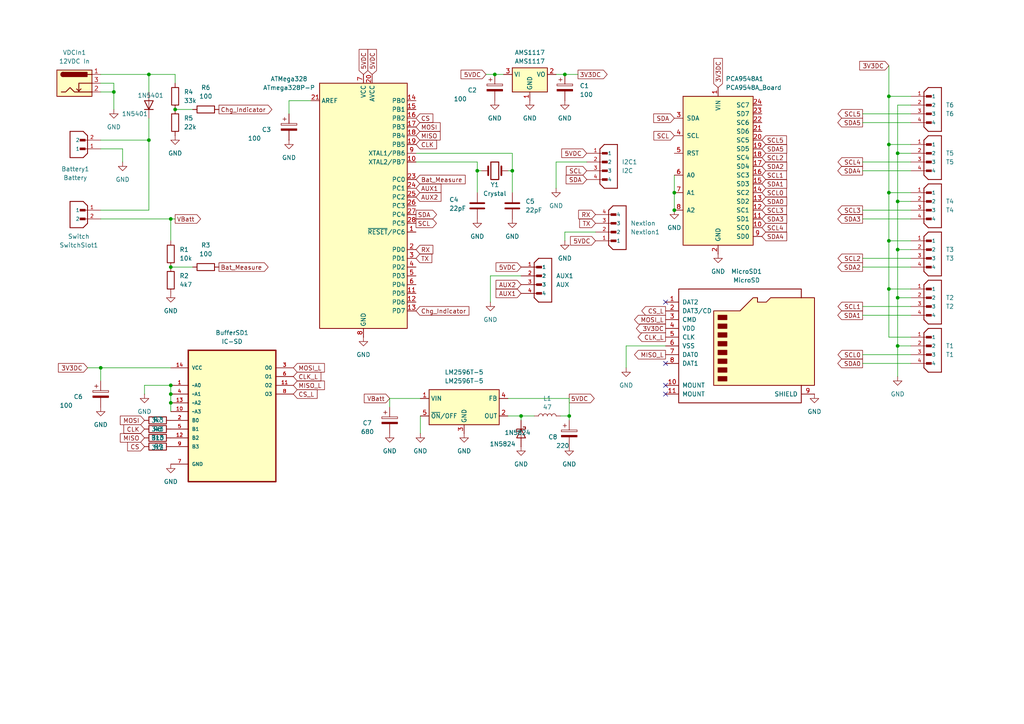
<source format=kicad_sch>
(kicad_sch (version 20231120) (generator "eeschema") (generator_version "8.0")
  (paper "A4")
  (lib_symbols
    (symbol "74VHC125M:74VHC125M" (pin_names (offset 1.016))
      (property "Reference" "U" (at -5.1562 17.8309 0))
      (property "Value" "74VHC125M" (at -4.424 -27.1541 0))
      (symbol "74VHC125M_0_0"
        (rectangle (start -12.7 -22.86) (end 12.7 15.24) (stroke (width 0.4064)) (fill (type background)))
        (pin input line (at -17.78 5.08 0) (length 5.08) (name "~A0") (number "1"))
        (pin input line (at -17.78 -2.54 0) (length 5.08) (name "~A3") (number "10"))
        (pin output line (at 17.78 5.08 180) (length 5.08) (name "O2") (number "11"))
        (pin input line (at -17.78 -10.16 0) (length 5.08) (name "B2") (number "12"))
        (pin input line (at -17.78 0 0) (length 5.08) (name "~A2") (number "13"))
        (pin power_in line (at -17.78 10.16 0) (length 5.08) (name "VCC") (number "14"))
        (pin input line (at -17.78 -5.08 0) (length 5.08) (name "B0") (number "2"))
        (pin output line (at 17.78 10.16 180) (length 5.08) (name "O0") (number "3"))
        (pin input line (at -17.78 2.54 0) (length 5.08) (name "~A1") (number "4"))
        (pin input line (at -17.78 -7.62 0) (length 5.08) (name "B1") (number "5"))
        (pin output line (at 17.78 7.62 180) (length 5.08) (name "O1") (number "6"))
        (pin passive line (at -17.78 -17.78 0) (length 5.08) (name "GND") (number "7"))
        (pin output line (at 17.78 2.54 180) (length 5.08) (name "O3") (number "8"))
        (pin input line (at -17.78 -12.7 0) (length 5.08) (name "B3") (number "9"))
      )
    )
    (symbol "Connector:Barrel_Jack_Switch" (pin_names hide)
      (property "Reference" "J" (at 0 5.334 0))
      (property "Value" "Barrel_Jack_Switch" (at 0 -5.08 0))
      (symbol "Barrel_Jack_Switch_0_1"
        (rectangle (start -5.08 3.81) (end 5.08 -3.81) (stroke (width 0.254)) (fill (type background)))
        (arc (start -3.302 3.175) (mid -3.9343 2.54) (end -3.302 1.905) (stroke (width 0.254)))
        (arc (start -3.302 3.175) (mid -3.9343 2.54) (end -3.302 1.905) (stroke (width 0.254)) (fill (type outline)))
        (polyline (pts (xy 1.27 -2.286) (xy 1.905 -1.651)) (stroke (width 0.254)))
        (polyline (pts (xy 5.08 2.54) (xy 3.81 2.54)) (stroke (width 0.254)))
        (polyline (pts (xy 5.08 0) (xy 1.27 0) (xy 1.27 -2.286) (xy 0.635 -1.651)) (stroke (width 0.254)))
        (polyline (pts (xy -3.81 -2.54) (xy -2.54 -2.54) (xy -1.27 -1.27) (xy 0 -2.54) (xy 2.54 -2.54) (xy 5.08 -2.54)) (stroke (width 0.254)))
        (rectangle (start 3.683 3.175) (end -3.302 1.905) (stroke (width 0.254)) (fill (type outline)))
      )
      (symbol "Barrel_Jack_Switch_1_1"
        (pin passive line (at 7.62 2.54 180) (length 2.54) (name "~") (number "1"))
        (pin passive line (at 7.62 -2.54 180) (length 2.54) (name "~") (number "2"))
        (pin passive line (at 7.62 0 180) (length 2.54) (name "~") (number "3"))
      )
    )
    (symbol "DM3AT-SF-PEJM5:DM3AT-SF-PEJM5" (pin_names (offset 1.016))
      (property "Reference" "J" (at -10.16 20.828 0))
      (property "Value" "DM3AT-SF-PEJM5" (at -2.54 -17.78 0))
      (symbol "DM3AT-SF-PEJM5_0_1"
        (rectangle (start -1.27 -7.62) (end 1.27 -8.89) (stroke (width 0.254)) (fill (type outline)))
        (rectangle (start -1.27 -5.08) (end 1.27 -6.35) (stroke (width 0.254)) (fill (type outline)))
        (rectangle (start -1.27 -2.54) (end 1.27 -3.81) (stroke (width 0.254)) (fill (type outline)))
        (rectangle (start -1.27 0) (end 1.27 -1.27) (stroke (width 0.254)) (fill (type outline)))
        (rectangle (start -1.27 2.54) (end 1.27 1.27) (stroke (width 0.254)) (fill (type outline)))
        (rectangle (start -1.27 5.08) (end 1.27 3.81) (stroke (width 0.254)) (fill (type outline)))
        (rectangle (start -1.27 7.62) (end 1.27 6.35) (stroke (width 0.254)) (fill (type outline)))
        (rectangle (start -1.27 10.16) (end 1.27 8.89) (stroke (width 0.254)) (fill (type outline)))
        (polyline (pts (xy 22.86 15.24) (xy 22.86 17.78) (xy -12.7 17.78) (xy -12.7 -15.24) (xy 22.86 -15.24) (xy 22.86 -10.16)) (stroke (width 0.254)))
        (polyline (pts (xy -2.54 -10.16) (xy -2.54 11.43) (xy 5.08 11.43) (xy 8.89 15.24) (xy 10.16 15.24) (xy 10.16 13.97) (xy 12.7 13.97) (xy 13.97 15.24) (xy 26.67 15.24) (xy 26.67 -10.16) (xy -2.54 -10.16)) (stroke (width 0.254)) (fill (type background)))
      )
      (symbol "DM3AT-SF-PEJM5_1_1"
        (pin bidirectional line (at -16.51 13.97 0) (length 3.81) (name "DAT2") (number "1"))
        (pin passive line (at -16.51 -10.16 0) (length 3.81) (name "MOUNT") (number "10"))
        (pin passive line (at -16.51 -12.7 0) (length 3.81) (name "MOUNT") (number "11"))
        (pin bidirectional line (at -16.51 11.43 0) (length 3.81) (name "DAT3/CD") (number "2"))
        (pin input line (at -16.51 8.89 0) (length 3.81) (name "CMD") (number "3"))
        (pin power_in line (at -16.51 6.35 0) (length 3.81) (name "VDD") (number "4"))
        (pin input line (at -16.51 3.81 0) (length 3.81) (name "CLK") (number "5"))
        (pin power_in line (at -16.51 1.27 0) (length 3.81) (name "VSS") (number "6"))
        (pin bidirectional line (at -16.51 -1.27 0) (length 3.81) (name "DAT0") (number "7"))
        (pin bidirectional line (at -16.51 -3.81 0) (length 3.81) (name "DAT1") (number "8"))
        (pin passive line (at 26.67 -12.7 180) (length 3.81) (name "SHIELD") (number "9"))
      )
    )
    (symbol "Device:C" (pin_numbers hide) (pin_names (offset 0.254))
      (property "Reference" "C" (at 0.635 2.54 0))
      (property "Value" "C" (at 0.635 -2.54 0))
      (symbol "C_0_1"
        (polyline (pts (xy -2.032 -0.762) (xy 2.032 -0.762)) (stroke (width 0.508)))
        (polyline (pts (xy -2.032 0.762) (xy 2.032 0.762)) (stroke (width 0.508)))
      )
      (symbol "C_1_1"
        (pin passive line (at 0 3.81 270) (length 2.794) (name "~") (number "1"))
        (pin passive line (at 0 -3.81 90) (length 2.794) (name "~") (number "2"))
      )
    )
    (symbol "Device:C_Polarized" (pin_numbers hide) (pin_names (offset 0.254))
      (property "Reference" "C" (at 0.635 2.54 0))
      (property "Value" "C_Polarized" (at 0.635 -2.54 0))
      (symbol "C_Polarized_0_1"
        (rectangle (start -2.286 0.508) (end 2.286 1.016))
        (polyline (pts (xy -1.778 2.286) (xy -0.762 2.286)))
        (polyline (pts (xy -1.27 2.794) (xy -1.27 1.778)))
        (rectangle (start 2.286 -0.508) (end -2.286 -1.016) (fill (type outline)))
      )
      (symbol "C_Polarized_1_1"
        (pin passive line (at 0 3.81 270) (length 2.794) (name "~") (number "1"))
        (pin passive line (at 0 -3.81 90) (length 2.794) (name "~") (number "2"))
      )
    )
    (symbol "Device:Crystal" (pin_numbers hide) (pin_names (offset 1.016) hide)
      (property "Reference" "Y" (at 0 3.81 0))
      (property "Value" "Crystal" (at 0 -3.81 0))
      (symbol "Crystal_0_1"
        (rectangle (start -1.143 2.54) (end 1.143 -2.54) (stroke (width 0.3048)))
        (polyline (pts (xy -2.54 0) (xy -1.905 0)))
        (polyline (pts (xy -1.905 -1.27) (xy -1.905 1.27)) (stroke (width 0.508)))
        (polyline (pts (xy 1.905 -1.27) (xy 1.905 1.27)) (stroke (width 0.508)))
        (polyline (pts (xy 2.54 0) (xy 1.905 0)))
      )
      (symbol "Crystal_1_1"
        (pin passive line (at -3.81 0 0) (length 1.27) (name "1") (number "1"))
        (pin passive line (at 3.81 0 180) (length 1.27) (name "2") (number "2"))
      )
    )
    (symbol "Device:L" (pin_numbers hide) (pin_names (offset 1.016) hide)
      (property "Reference" "L" (at -1.27 0 90))
      (property "Value" "L" (at 1.905 0 90))
      (symbol "L_0_1"
        (arc (start 0 -2.54) (mid 0.6323 -1.905) (end 0 -1.27))
        (arc (start 0 -1.27) (mid 0.6323 -0.635) (end 0 0))
        (arc (start 0 0) (mid 0.6323 0.635) (end 0 1.27))
        (arc (start 0 1.27) (mid 0.6323 1.905) (end 0 2.54))
      )
      (symbol "L_1_1"
        (pin passive line (at 0 3.81 270) (length 1.27) (name "1") (number "1"))
        (pin passive line (at 0 -3.81 90) (length 1.27) (name "2") (number "2"))
      )
    )
    (symbol "Device:R" (pin_numbers hide) (pin_names (offset 0))
      (property "Reference" "R" (at 2.032 0 90))
      (property "Value" "R" (at 0 0 90))
      (symbol "R_0_1"
        (rectangle (start -1.016 -2.54) (end 1.016 2.54) (stroke (width 0.254)))
      )
      (symbol "R_1_1"
        (pin passive line (at 0 3.81 270) (length 1.27) (name "~") (number "1"))
        (pin passive line (at 0 -3.81 90) (length 1.27) (name "~") (number "2"))
      )
    )
    (symbol "Diode:1N5401" (pin_numbers hide) (pin_names hide)
      (property "Reference" "D" (at 0 2.54 0))
      (property "Value" "1N5401" (at 0 -2.54 0))
      (symbol "1N5401_0_1"
        (polyline (pts (xy -1.27 1.27) (xy -1.27 -1.27)) (stroke (width 0.254)))
        (polyline (pts (xy 1.27 0) (xy -1.27 0)))
        (polyline (pts (xy 1.27 1.27) (xy 1.27 -1.27) (xy -1.27 0) (xy 1.27 1.27)) (stroke (width 0.254)))
      )
      (symbol "1N5401_1_1"
        (pin passive line (at -3.81 0 0) (length 2.54) (name "K") (number "1"))
        (pin passive line (at 3.81 0 180) (length 2.54) (name "A") (number "2"))
      )
    )
    (symbol "Diode:1N5822" (pin_numbers hide) (pin_names (offset 1.016) hide)
      (property "Reference" "D" (at 0 2.54 0))
      (property "Value" "1N5822" (at 0 -2.54 0))
      (symbol "1N5822_0_1"
        (polyline (pts (xy 1.27 0) (xy -1.27 0)))
        (polyline (pts (xy 1.27 1.27) (xy 1.27 -1.27) (xy -1.27 0) (xy 1.27 1.27)) (stroke (width 0.254)))
        (polyline (pts (xy -1.905 0.635) (xy -1.905 1.27) (xy -1.27 1.27) (xy -1.27 -1.27) (xy -0.635 -1.27) (xy -0.635 -0.635)) (stroke (width 0.254)))
      )
      (symbol "1N5822_1_1"
        (pin passive line (at -3.81 0 0) (length 2.54) (name "K") (number "1"))
        (pin passive line (at 3.81 0 180) (length 2.54) (name "A") (number "2"))
      )
    )
    (symbol "JST2PINFEMALE:B2B-XH-A" (pin_names (offset 1.016))
      (property "Reference" "J" (at -2.54 6.35 0))
      (property "Value" "JST-2PIN" (at -2.54 -5.08 0))
      (symbol "B2B-XH-A_0_0"
        (rectangle (start -3.175 -0.3175) (end -1.5875 0.3175) (stroke (width 0.1)) (fill (type outline)))
        (rectangle (start -3.175 2.2225) (end -1.5875 2.8575) (stroke (width 0.1)) (fill (type outline)))
        (polyline (pts (xy -3.81 -1.27) (xy -2.54 -2.54)) (stroke (width 0.254)))
        (polyline (pts (xy -3.81 3.81) (xy -3.81 -1.27)) (stroke (width 0.254)))
        (polyline (pts (xy -3.81 3.81) (xy -2.54 5.08)) (stroke (width 0.254)))
        (polyline (pts (xy -2.54 -2.54) (xy 1.27 -2.54)) (stroke (width 0.254)))
        (polyline (pts (xy 1.27 -2.54) (xy 1.27 5.08)) (stroke (width 0.254)))
        (polyline (pts (xy 1.27 5.08) (xy -2.54 5.08)) (stroke (width 0.254)))
        (pin passive line (at -7.62 2.54 0) (length 5.08) (name "1") (number "1"))
        (pin passive line (at -7.62 0 0) (length 5.08) (name "2") (number "2"))
      )
    )
    (symbol "JST4PINFEMALE:B4B-XH-A_LF__SN_" (pin_names (offset 1.016))
      (property "Reference" "J" (at -2.54 6.35 0))
      (property "Value" "JST-4PIN" (at -2.54 -10.16 0))
      (symbol "B4B-XH-A_LF__SN__0_0"
        (rectangle (start -3.175 -5.3975) (end -1.5875 -4.7625) (stroke (width 0.1)) (fill (type outline)))
        (rectangle (start -3.175 -2.8575) (end -1.5875 -2.2225) (stroke (width 0.1)) (fill (type outline)))
        (rectangle (start -3.175 -0.3175) (end -1.5875 0.3175) (stroke (width 0.1)) (fill (type outline)))
        (rectangle (start -3.175 2.2225) (end -1.5875 2.8575) (stroke (width 0.1)) (fill (type outline)))
        (polyline (pts (xy -3.81 -6.35) (xy -2.54 -7.62)) (stroke (width 0.254)))
        (polyline (pts (xy -3.81 3.81) (xy -3.81 -6.35)) (stroke (width 0.254)))
        (polyline (pts (xy -3.81 3.81) (xy -2.54 5.08)) (stroke (width 0.254)))
        (polyline (pts (xy -2.54 -7.62) (xy 1.27 -7.62)) (stroke (width 0.254)))
        (polyline (pts (xy 1.27 -7.62) (xy 1.27 5.08)) (stroke (width 0.254)))
        (polyline (pts (xy 1.27 5.08) (xy -2.54 5.08)) (stroke (width 0.254)))
        (pin passive line (at -7.62 2.54 0) (length 5.08) (name "1") (number "1"))
        (pin passive line (at -7.62 0 0) (length 5.08) (name "2") (number "2"))
        (pin passive line (at -7.62 -2.54 0) (length 5.08) (name "3") (number "3"))
        (pin passive line (at -7.62 -5.08 0) (length 5.08) (name "4") (number "4"))
      )
    )
    (symbol "MCU_Microchip_ATmega:ATmega328P-P"
      (property "Reference" "U" (at -12.7 36.83 0))
      (property "Value" "ATmega328P-P" (at 2.54 -36.83 0))
      (symbol "ATmega328P-P_0_1"
        (rectangle (start -12.7 -35.56) (end 12.7 35.56) (stroke (width 0.254)) (fill (type background)))
      )
      (symbol "ATmega328P-P_1_1"
        (pin bidirectional line (at 15.24 -7.62 180) (length 2.54) (name "~{RESET}/PC6") (number "1"))
        (pin bidirectional line (at 15.24 12.7 180) (length 2.54) (name "XTAL2/PB7") (number "10"))
        (pin bidirectional line (at 15.24 -25.4 180) (length 2.54) (name "PD5") (number "11"))
        (pin bidirectional line (at 15.24 -27.94 180) (length 2.54) (name "PD6") (number "12"))
        (pin bidirectional line (at 15.24 -30.48 180) (length 2.54) (name "PD7") (number "13"))
        (pin bidirectional line (at 15.24 30.48 180) (length 2.54) (name "PB0") (number "14"))
        (pin bidirectional line (at 15.24 27.94 180) (length 2.54) (name "PB1") (number "15"))
        (pin bidirectional line (at 15.24 25.4 180) (length 2.54) (name "PB2") (number "16"))
        (pin bidirectional line (at 15.24 22.86 180) (length 2.54) (name "PB3") (number "17"))
        (pin bidirectional line (at 15.24 20.32 180) (length 2.54) (name "PB4") (number "18"))
        (pin bidirectional line (at 15.24 17.78 180) (length 2.54) (name "PB5") (number "19"))
        (pin bidirectional line (at 15.24 -12.7 180) (length 2.54) (name "PD0") (number "2"))
        (pin power_in line (at 2.54 38.1 270) (length 2.54) (name "AVCC") (number "20"))
        (pin passive line (at -15.24 30.48 0) (length 2.54) (name "AREF") (number "21"))
        (pin passive line (at 0 -38.1 90) (length 2.54) hide (name "GND") (number "22"))
        (pin bidirectional line (at 15.24 7.62 180) (length 2.54) (name "PC0") (number "23"))
        (pin bidirectional line (at 15.24 5.08 180) (length 2.54) (name "PC1") (number "24"))
        (pin bidirectional line (at 15.24 2.54 180) (length 2.54) (name "PC2") (number "25"))
        (pin bidirectional line (at 15.24 0 180) (length 2.54) (name "PC3") (number "26"))
        (pin bidirectional line (at 15.24 -2.54 180) (length 2.54) (name "PC4") (number "27"))
        (pin bidirectional line (at 15.24 -5.08 180) (length 2.54) (name "PC5") (number "28"))
        (pin bidirectional line (at 15.24 -15.24 180) (length 2.54) (name "PD1") (number "3"))
        (pin bidirectional line (at 15.24 -17.78 180) (length 2.54) (name "PD2") (number "4"))
        (pin bidirectional line (at 15.24 -20.32 180) (length 2.54) (name "PD3") (number "5"))
        (pin bidirectional line (at 15.24 -22.86 180) (length 2.54) (name "PD4") (number "6"))
        (pin power_in line (at 0 38.1 270) (length 2.54) (name "VCC") (number "7"))
        (pin power_in line (at 0 -38.1 90) (length 2.54) (name "GND") (number "8"))
        (pin bidirectional line (at 15.24 15.24 180) (length 2.54) (name "XTAL1/PB6") (number "9"))
      )
    )
    (symbol "PCA9548A:PCA9548A" (pin_names (offset 1.016))
      (property "Reference" "U" (at -9.398 22.098 0))
      (property "Value" "PCA9548A_Board" (at -19.05 24.13 0))
      (symbol "PCA9548A_0_0"
        (rectangle (start -10.16 21.59) (end 10.16 -21.59) (stroke (width 0.254)) (fill (type background)))
      )
      (symbol "PCA9548A_1_0"
        (pin power_in line (at 0 24.13 270) (length 2.54) (name "VIN") (number "1"))
        (pin bidirectional line (at 12.7 -16.51 180) (length 2.54) (name "SC0") (number "10"))
        (pin bidirectional line (at 12.7 -13.97 180) (length 2.54) (name "SD1") (number "11"))
        (pin bidirectional line (at 12.7 -11.43 180) (length 2.54) (name "SC1") (number "12"))
        (pin bidirectional line (at 12.7 -8.89 180) (length 2.54) (name "SD2") (number "13"))
        (pin bidirectional line (at 12.7 -6.35 180) (length 2.54) (name "SC2") (number "14"))
        (pin bidirectional line (at 12.7 -3.81 180) (length 2.54) (name "SD3") (number "15"))
        (pin bidirectional line (at 12.7 -1.27 180) (length 2.54) (name "SC3") (number "16"))
        (pin bidirectional line (at 12.7 1.27 180) (length 2.54) (name "SD4") (number "17"))
        (pin bidirectional line (at 12.7 3.81 180) (length 2.54) (name "SC4") (number "18"))
        (pin bidirectional line (at 12.7 6.35 180) (length 2.54) (name "SD5") (number "19"))
        (pin power_in line (at 0 -24.13 90) (length 2.54) (name "GND") (number "2"))
        (pin bidirectional line (at 12.7 8.89 180) (length 2.54) (name "SC5") (number "20"))
        (pin bidirectional line (at 12.7 11.43 180) (length 2.54) (name "SD6") (number "21"))
        (pin bidirectional line (at 12.7 13.97 180) (length 2.54) (name "SC6") (number "22"))
        (pin bidirectional line (at 12.7 16.51 180) (length 2.54) (name "SD7") (number "23"))
        (pin bidirectional line (at 12.7 19.05 180) (length 2.54) (name "SC7") (number "24"))
        (pin bidirectional line (at -12.7 15.24 0) (length 2.54) (name "SDA") (number "3"))
        (pin bidirectional line (at -12.7 10.16 0) (length 2.54) (name "SCL") (number "4"))
        (pin bidirectional line (at -12.7 5.08 0) (length 2.54) (name "RST") (number "5"))
        (pin input line (at -12.7 -1.27 0) (length 2.54) (name "A0") (number "6"))
        (pin input line (at -12.7 -6.35 0) (length 2.54) (name "A1") (number "7"))
        (pin input line (at -12.7 -11.43 0) (length 2.54) (name "A2") (number "8"))
        (pin bidirectional line (at 12.7 -19.05 180) (length 2.54) (name "SD0") (number "9"))
      )
    )
    (symbol "Regulator_Linear:AMS1117-3.3"
      (property "Reference" "U" (at -3.81 3.175 0))
      (property "Value" "AMS1117-3.3" (at 0 3.175 0))
      (symbol "AMS1117-3.3_0_1"
        (rectangle (start -5.08 -5.08) (end 5.08 1.905) (stroke (width 0.254)) (fill (type background)))
      )
      (symbol "AMS1117-3.3_1_1"
        (pin power_in line (at 0 -7.62 90) (length 2.54) (name "GND") (number "1"))
        (pin power_out line (at 7.62 0 180) (length 2.54) (name "VO") (number "2"))
        (pin power_in line (at -7.62 0 0) (length 2.54) (name "VI") (number "3"))
      )
    )
    (symbol "Regulator_Switching:LM2596T-5"
      (property "Reference" "U" (at -10.16 6.35 0))
      (property "Value" "LM2596T-5" (at 0 6.35 0))
      (symbol "LM2596T-5_0_1"
        (rectangle (start -10.16 5.08) (end 10.16 -5.08) (stroke (width 0.254)) (fill (type background)))
      )
      (symbol "LM2596T-5_1_1"
        (pin power_in line (at -12.7 2.54 0) (length 2.54) (name "VIN") (number "1"))
        (pin output line (at 12.7 -2.54 180) (length 2.54) (name "OUT") (number "2"))
        (pin power_in line (at 0 -7.62 90) (length 2.54) (name "GND") (number "3"))
        (pin input line (at 12.7 2.54 180) (length 2.54) (name "FB") (number "4"))
        (pin input line (at -12.7 -2.54 0) (length 2.54) (name "~{ON}/OFF") (number "5"))
      )
    )
    (symbol "power:GND" (power) (pin_numbers hide) (pin_names (offset 0) hide)
      (property "Value" "GND" (at 0 -3.81 0))
      (symbol "GND_0_1"
        (polyline (pts (xy 0 0) (xy 0 -1.27) (xy 1.27 -1.27) (xy 0 -2.54) (xy -1.27 -1.27) (xy 0 -1.27)))
      )
      (symbol "GND_1_1"
        (pin power_in line (at 0 0 270) (length 0) (name "~") (number "1"))
      )
    )
  )
  (junction (at 143.51 21.59))
  (junction (at 260.35 72.39))
  (junction (at 148.59 49.53))
  (junction (at 257.81 83.82))
  (junction (at 165.1 120.65))
  (junction (at 43.18 21.59))
  (junction (at 29.21 106.68))
  (junction (at 195.58 55.88))
  (junction (at 50.8 31.75))
  (junction (at 49.53 111.76))
  (junction (at 260.35 44.45))
  (junction (at 49.53 116.84))
  (junction (at 43.18 40.64))
  (junction (at 151.13 120.65))
  (junction (at 138.43 49.53))
  (junction (at 260.35 100.33))
  (junction (at 257.81 69.85))
  (junction (at 33.02 26.67))
  (junction (at 257.81 55.88))
  (junction (at 257.81 27.94))
  (junction (at 257.81 41.91))
  (junction (at 163.83 21.59))
  (junction (at 49.53 77.47))
  (junction (at 49.53 114.3))
  (junction (at 49.53 63.5))
  (junction (at 195.58 60.96))
  (junction (at 260.35 58.42))
  (junction (at 260.35 86.36))
  (no_connect (at 193.04 111.76))
  (no_connect (at 193.04 105.41))
  (no_connect (at 193.04 87.63))
  (no_connect (at 193.04 114.3))
  (wire (pts (xy 264.16 83.82) (xy 257.81 83.82)))
  (wire (pts (xy 165.1 120.65) (xy 165.1 121.92)))
  (wire (pts (xy 148.59 55.88) (xy 148.59 49.53)))
  (wire (pts (xy 142.24 87.63) (xy 142.24 80.01)))
  (wire (pts (xy 25.4 106.68) (xy 29.21 106.68)))
  (wire (pts (xy 260.35 100.33) (xy 260.35 109.22)))
  (wire (pts (xy 163.83 67.31) (xy 172.72 67.31)))
  (wire (pts (xy 250.19 63.5) (xy 264.16 63.5)))
  (wire (pts (xy 250.19 102.87) (xy 264.16 102.87)))
  (wire (pts (xy 29.21 63.5) (xy 49.53 63.5)))
  (wire (pts (xy 83.82 29.21) (xy 90.17 29.21)))
  (wire (pts (xy 260.35 58.42) (xy 264.16 58.42)))
  (wire (pts (xy 264.16 30.48) (xy 260.35 30.48)))
  (wire (pts (xy 260.35 30.48) (xy 260.35 44.45)))
  (wire (pts (xy 49.53 63.5) (xy 49.53 69.85)))
  (wire (pts (xy 147.32 120.65) (xy 151.13 120.65)))
  (wire (pts (xy 49.53 63.5) (xy 50.8 63.5)))
  (wire (pts (xy 49.53 111.76) (xy 49.53 114.3)))
  (wire (pts (xy 181.61 100.33) (xy 193.04 100.33)))
  (wire (pts (xy 163.83 21.59) (xy 167.64 21.59)))
  (wire (pts (xy 49.53 114.3) (xy 49.53 116.84)))
  (wire (pts (xy 165.1 115.57) (xy 165.1 120.65)))
  (wire (pts (xy 43.18 21.59) (xy 50.8 21.59)))
  (wire (pts (xy 148.59 44.45) (xy 148.59 49.53)))
  (wire (pts (xy 257.81 97.79) (xy 257.81 83.82)))
  (wire (pts (xy 260.35 58.42) (xy 260.35 72.39)))
  (wire (pts (xy 120.65 44.45) (xy 148.59 44.45)))
  (wire (pts (xy 29.21 110.49) (xy 29.21 106.68)))
  (wire (pts (xy 148.59 49.53) (xy 147.32 49.53)))
  (wire (pts (xy 43.18 60.96) (xy 43.18 40.64)))
  (wire (pts (xy 49.53 77.47) (xy 55.88 77.47)))
  (wire (pts (xy 257.81 19.05) (xy 257.81 27.94)))
  (wire (pts (xy 260.35 86.36) (xy 260.35 100.33)))
  (wire (pts (xy 161.29 54.61) (xy 161.29 46.99)))
  (wire (pts (xy 143.51 21.59) (xy 146.05 21.59)))
  (wire (pts (xy 260.35 72.39) (xy 260.35 86.36)))
  (wire (pts (xy 250.19 77.47) (xy 264.16 77.47)))
  (wire (pts (xy 163.83 69.85) (xy 163.83 67.31)))
  (wire (pts (xy 161.29 21.59) (xy 163.83 21.59)))
  (wire (pts (xy 257.81 41.91) (xy 257.81 55.88)))
  (wire (pts (xy 264.16 41.91) (xy 257.81 41.91)))
  (wire (pts (xy 41.91 111.76) (xy 49.53 111.76)))
  (wire (pts (xy 250.19 91.44) (xy 264.16 91.44)))
  (wire (pts (xy 264.16 69.85) (xy 257.81 69.85)))
  (wire (pts (xy 33.02 26.67) (xy 33.02 31.75)))
  (wire (pts (xy 113.03 118.11) (xy 113.03 115.57)))
  (wire (pts (xy 43.18 34.29) (xy 43.18 40.64)))
  (wire (pts (xy 195.58 50.8) (xy 195.58 55.88)))
  (wire (pts (xy 138.43 46.99) (xy 138.43 49.53)))
  (wire (pts (xy 250.19 88.9) (xy 264.16 88.9)))
  (wire (pts (xy 161.29 46.99) (xy 170.18 46.99)))
  (wire (pts (xy 43.18 40.64) (xy 29.21 40.64)))
  (wire (pts (xy 138.43 55.88) (xy 138.43 49.53)))
  (wire (pts (xy 260.35 44.45) (xy 264.16 44.45)))
  (wire (pts (xy 250.19 35.56) (xy 264.16 35.56)))
  (wire (pts (xy 138.43 46.99) (xy 120.65 46.99)))
  (wire (pts (xy 181.61 106.68) (xy 181.61 100.33)))
  (wire (pts (xy 250.19 46.99) (xy 264.16 46.99)))
  (wire (pts (xy 260.35 72.39) (xy 264.16 72.39)))
  (wire (pts (xy 250.19 105.41) (xy 264.16 105.41)))
  (wire (pts (xy 49.53 116.84) (xy 49.53 119.38)))
  (wire (pts (xy 162.56 120.65) (xy 165.1 120.65)))
  (wire (pts (xy 29.21 21.59) (xy 43.18 21.59)))
  (wire (pts (xy 250.19 33.02) (xy 264.16 33.02)))
  (wire (pts (xy 151.13 120.65) (xy 151.13 121.92)))
  (wire (pts (xy 41.91 111.76) (xy 41.91 114.3)))
  (wire (pts (xy 35.56 43.18) (xy 29.21 43.18)))
  (wire (pts (xy 260.35 44.45) (xy 260.35 58.42)))
  (wire (pts (xy 50.8 31.75) (xy 55.88 31.75)))
  (wire (pts (xy 147.32 115.57) (xy 165.1 115.57)))
  (wire (pts (xy 50.8 21.59) (xy 50.8 24.13)))
  (wire (pts (xy 29.21 60.96) (xy 43.18 60.96)))
  (wire (pts (xy 257.81 55.88) (xy 257.81 69.85)))
  (wire (pts (xy 264.16 55.88) (xy 257.81 55.88)))
  (wire (pts (xy 43.18 26.67) (xy 43.18 21.59)))
  (wire (pts (xy 29.21 24.13) (xy 33.02 24.13)))
  (wire (pts (xy 29.21 106.68) (xy 49.53 106.68)))
  (wire (pts (xy 140.97 21.59) (xy 143.51 21.59)))
  (wire (pts (xy 257.81 83.82) (xy 257.81 69.85)))
  (wire (pts (xy 33.02 24.13) (xy 33.02 26.67)))
  (wire (pts (xy 195.58 55.88) (xy 195.58 60.96)))
  (wire (pts (xy 151.13 120.65) (xy 154.94 120.65)))
  (wire (pts (xy 138.43 49.53) (xy 139.7 49.53)))
  (wire (pts (xy 113.03 115.57) (xy 121.92 115.57)))
  (wire (pts (xy 250.19 74.93) (xy 264.16 74.93)))
  (wire (pts (xy 260.35 100.33) (xy 264.16 100.33)))
  (wire (pts (xy 260.35 86.36) (xy 264.16 86.36)))
  (wire (pts (xy 121.92 125.73) (xy 121.92 120.65)))
  (wire (pts (xy 35.56 43.18) (xy 35.56 46.99)))
  (wire (pts (xy 264.16 97.79) (xy 257.81 97.79)))
  (wire (pts (xy 257.81 27.94) (xy 264.16 27.94)))
  (wire (pts (xy 250.19 60.96) (xy 264.16 60.96)))
  (wire (pts (xy 142.24 80.01) (xy 151.13 80.01)))
  (wire (pts (xy 257.81 41.91) (xy 257.81 27.94)))
  (wire (pts (xy 29.21 26.67) (xy 33.02 26.67)))
  (wire (pts (xy 83.82 33.02) (xy 83.82 29.21)))
  (wire (pts (xy 250.19 49.53) (xy 264.16 49.53)))
  (global_label "Chg_Indicator" (shape input) (at 120.65 90.17 0) (property "Intersheetrefs" "${INTERSHEET_REFS}" (effects (hide yes))))
  (global_label "SDA4" (shape output) (at 250.19 49.53 180) (property "Intersheetrefs" "${INTERSHEET_REFS}" (effects (hide yes))))
  (global_label "RX" (shape input) (at 120.65 72.39 0) (property "Intersheetrefs" "${INTERSHEET_REFS}" (effects (hide yes))))
  (global_label "AUX1" (shape input) (at 151.13 85.09 180) (property "Intersheetrefs" "${INTERSHEET_REFS}" (effects (hide yes))))
  (global_label "3V3DC" (shape input) (at 257.81 19.05 180) (property "Intersheetrefs" "${INTERSHEET_REFS}" (effects (hide yes))))
  (global_label "SDA0" (shape output) (at 250.19 105.41 180) (property "Intersheetrefs" "${INTERSHEET_REFS}" (effects (hide yes))))
  (global_label "SCL0" (shape input) (at 220.98 55.88 0) (property "Intersheetrefs" "${INTERSHEET_REFS}" (effects (hide yes))))
  (global_label "MOSI" (shape input) (at 120.65 36.83 0) (property "Intersheetrefs" "${INTERSHEET_REFS}" (effects (hide yes))))
  (global_label "SCL5" (shape input) (at 220.98 40.64 0) (property "Intersheetrefs" "${INTERSHEET_REFS}" (effects (hide yes))))
  (global_label "MOSI_L" (shape input) (at 85.09 106.68 0) (property "Intersheetrefs" "${INTERSHEET_REFS}" (effects (hide yes))))
  (global_label "AUX1" (shape input) (at 120.65 54.61 0) (property "Intersheetrefs" "${INTERSHEET_REFS}" (effects (hide yes))))
  (global_label "SCL" (shape input) (at 170.18 49.53 180) (property "Intersheetrefs" "${INTERSHEET_REFS}" (effects (hide yes))))
  (global_label "MOSI_L" (shape output) (at 193.04 92.71 180) (property "Intersheetrefs" "${INTERSHEET_REFS}" (effects (hide yes))))
  (global_label "SDA" (shape output) (at 120.65 62.23 0) (property "Intersheetrefs" "${INTERSHEET_REFS}" (effects (hide yes))))
  (global_label "SDA" (shape input) (at 195.58 34.29 180) (property "Intersheetrefs" "${INTERSHEET_REFS}" (effects (hide yes))))
  (global_label "CLK" (shape input) (at 41.91 124.46 180) (property "Intersheetrefs" "${INTERSHEET_REFS}" (effects (hide yes))))
  (global_label "RX" (shape input) (at 172.72 62.23 180) (property "Intersheetrefs" "${INTERSHEET_REFS}" (effects (hide yes))))
  (global_label "SDA3" (shape output) (at 250.19 63.5 180) (property "Intersheetrefs" "${INTERSHEET_REFS}" (effects (hide yes))))
  (global_label "VBatt" (shape input) (at 113.03 115.57 180) (property "Intersheetrefs" "${INTERSHEET_REFS}" (effects (hide yes))))
  (global_label "5VDC" (shape input) (at 170.18 44.45 180) (property "Intersheetrefs" "${INTERSHEET_REFS}" (effects (hide yes))))
  (global_label "CLK_L" (shape output) (at 193.04 97.79 180) (property "Intersheetrefs" "${INTERSHEET_REFS}" (effects (hide yes))))
  (global_label "5VDC" (shape input) (at 151.13 77.47 180) (property "Intersheetrefs" "${INTERSHEET_REFS}" (effects (hide yes))))
  (global_label "5VDC" (shape input) (at 140.97 21.59 180) (property "Intersheetrefs" "${INTERSHEET_REFS}" (effects (hide yes))))
  (global_label "SCL2" (shape input) (at 220.98 45.72 0) (property "Intersheetrefs" "${INTERSHEET_REFS}" (effects (hide yes))))
  (global_label "SDA2" (shape output) (at 250.19 77.47 180) (property "Intersheetrefs" "${INTERSHEET_REFS}" (effects (hide yes))))
  (global_label "SCL5" (shape output) (at 250.19 33.02 180) (property "Intersheetrefs" "${INTERSHEET_REFS}" (effects (hide yes))))
  (global_label "Bat_Measure" (shape output) (at 63.5 77.47 0) (property "Intersheetrefs" "${INTERSHEET_REFS}" (effects (hide yes))))
  (global_label "Bat_Measure" (shape input) (at 120.65 52.07 0) (property "Intersheetrefs" "${INTERSHEET_REFS}" (effects (hide yes))))
  (global_label "SCL4" (shape output) (at 250.19 46.99 180) (property "Intersheetrefs" "${INTERSHEET_REFS}" (effects (hide yes))))
  (global_label "AUX2" (shape input) (at 120.65 57.15 0) (property "Intersheetrefs" "${INTERSHEET_REFS}" (effects (hide yes))))
  (global_label "SDA5" (shape output) (at 250.19 35.56 180) (property "Intersheetrefs" "${INTERSHEET_REFS}" (effects (hide yes))))
  (global_label "MOSI" (shape input) (at 41.91 121.92 180) (property "Intersheetrefs" "${INTERSHEET_REFS}" (effects (hide yes))))
  (global_label "SDA5" (shape input) (at 220.98 43.18 0) (property "Intersheetrefs" "${INTERSHEET_REFS}" (effects (hide yes))))
  (global_label "CLK_L" (shape input) (at 85.09 109.22 0) (property "Intersheetrefs" "${INTERSHEET_REFS}" (effects (hide yes))))
  (global_label "SDA2" (shape input) (at 220.98 48.26 0) (property "Intersheetrefs" "${INTERSHEET_REFS}" (effects (hide yes))))
  (global_label "SCL2" (shape output) (at 250.19 74.93 180) (property "Intersheetrefs" "${INTERSHEET_REFS}" (effects (hide yes))))
  (global_label "3V3DC" (shape output) (at 167.64 21.59 0) (property "Intersheetrefs" "${INTERSHEET_REFS}" (effects (hide yes))))
  (global_label "SDA3" (shape input) (at 220.98 63.5 0) (property "Intersheetrefs" "${INTERSHEET_REFS}" (effects (hide yes))))
  (global_label "SCL1" (shape output) (at 250.19 88.9 180) (property "Intersheetrefs" "${INTERSHEET_REFS}" (effects (hide yes))))
  (global_label "SCL" (shape input) (at 195.58 39.37 180) (property "Intersheetrefs" "${INTERSHEET_REFS}" (effects (hide yes))))
  (global_label "5VDC" (shape input) (at 107.95 21.59 90) (property "Intersheetrefs" "${INTERSHEET_REFS}" (effects (hide yes))))
  (global_label "MISO_L" (shape output) (at 193.04 102.87 180) (property "Intersheetrefs" "${INTERSHEET_REFS}" (effects (hide yes))))
  (global_label "TX" (shape input) (at 120.65 74.93 0) (property "Intersheetrefs" "${INTERSHEET_REFS}" (effects (hide yes))))
  (global_label "SDA" (shape input) (at 170.18 52.07 180) (property "Intersheetrefs" "${INTERSHEET_REFS}" (effects (hide yes))))
  (global_label "CS" (shape input) (at 41.91 129.54 180) (property "Intersheetrefs" "${INTERSHEET_REFS}" (effects (hide yes))))
  (global_label "MISO" (shape input) (at 120.65 39.37 0) (property "Intersheetrefs" "${INTERSHEET_REFS}" (effects (hide yes))))
  (global_label "SDA1" (shape output) (at 250.19 91.44 180) (property "Intersheetrefs" "${INTERSHEET_REFS}" (effects (hide yes))))
  (global_label "TX" (shape input) (at 172.72 64.77 180) (property "Intersheetrefs" "${INTERSHEET_REFS}" (effects (hide yes))))
  (global_label "3V3DC" (shape output) (at 193.04 95.25 180) (property "Intersheetrefs" "${INTERSHEET_REFS}" (effects (hide yes))))
  (global_label "MISO_L" (shape input) (at 85.09 111.76 0) (property "Intersheetrefs" "${INTERSHEET_REFS}" (effects (hide yes))))
  (global_label "AUX2" (shape input) (at 151.13 82.55 180) (property "Intersheetrefs" "${INTERSHEET_REFS}" (effects (hide yes))))
  (global_label "MISO" (shape input) (at 41.91 127 180) (property "Intersheetrefs" "${INTERSHEET_REFS}" (effects (hide yes))))
  (global_label "SCL0" (shape output) (at 250.19 102.87 180) (property "Intersheetrefs" "${INTERSHEET_REFS}" (effects (hide yes))))
  (global_label "SCL1" (shape input) (at 220.98 50.8 0) (property "Intersheetrefs" "${INTERSHEET_REFS}" (effects (hide yes))))
  (global_label "CS_L" (shape output) (at 193.04 90.17 180) (property "Intersheetrefs" "${INTERSHEET_REFS}" (effects (hide yes))))
  (global_label "SCL3" (shape output) (at 250.19 60.96 180) (property "Intersheetrefs" "${INTERSHEET_REFS}" (effects (hide yes))))
  (global_label "SDA4" (shape input) (at 220.98 68.58 0) (property "Intersheetrefs" "${INTERSHEET_REFS}" (effects (hide yes))))
  (global_label "VBatt" (shape output) (at 50.8 63.5 0) (property "Intersheetrefs" "${INTERSHEET_REFS}" (effects (hide yes))))
  (global_label "5VDC" (shape input) (at 105.41 21.59 90) (property "Intersheetrefs" "${INTERSHEET_REFS}" (effects (hide yes))))
  (global_label "SCL" (shape output) (at 120.65 64.77 0) (property "Intersheetrefs" "${INTERSHEET_REFS}" (effects (hide yes))))
  (global_label "CLK" (shape input) (at 120.65 41.91 0) (property "Intersheetrefs" "${INTERSHEET_REFS}" (effects (hide yes))))
  (global_label "SDA1" (shape input) (at 220.98 53.34 0) (property "Intersheetrefs" "${INTERSHEET_REFS}" (effects (hide yes))))
  (global_label "CS" (shape input) (at 120.65 34.29 0) (property "Intersheetrefs" "${INTERSHEET_REFS}" (effects (hide yes))))
  (global_label "SDA0" (shape input) (at 220.98 58.42 0) (property "Intersheetrefs" "${INTERSHEET_REFS}" (effects (hide yes))))
  (global_label "SCL4" (shape input) (at 220.98 66.04 0) (property "Intersheetrefs" "${INTERSHEET_REFS}" (effects (hide yes))))
  (global_label "3V3DC" (shape input) (at 208.28 25.4 90) (property "Intersheetrefs" "${INTERSHEET_REFS}" (effects (hide yes))))
  (global_label "5VDC" (shape input) (at 172.72 69.85 180) (property "Intersheetrefs" "${INTERSHEET_REFS}" (effects (hide yes))))
  (global_label "CS_L" (shape input) (at 85.09 114.3 0) (property "Intersheetrefs" "${INTERSHEET_REFS}" (effects (hide yes))))
  (global_label "Chg_Indicator" (shape output) (at 63.5 31.75 0) (property "Intersheetrefs" "${INTERSHEET_REFS}" (effects (hide yes))))
  (global_label "5VDC" (shape output) (at 165.1 115.57 0) (property "Intersheetrefs" "${INTERSHEET_REFS}" (effects (hide yes))))
  (global_label "3V3DC" (shape input) (at 25.4 106.68 180) (property "Intersheetrefs" "${INTERSHEET_REFS}" (effects (hide yes))))
  (global_label "SCL3" (shape input) (at 220.98 60.96 0) (property "Intersheetrefs" "${INTERSHEET_REFS}" (effects (hide yes))))
  (symbol (lib_id "Device:C_Polarized") (at 165.1 125.73 0) (unit 1)
    (property "Reference" "C8" (at 159.004 126.746 0) (effects (justify left)))
    (property "Value" "220" (at 161.29 129.286 0) (effects (justify left)))
    (property "Footprint" "Capacitor_THT:C_Radial_D5.0mm_H11.0mm_P2.00mm" (effects (hide yes)))
    (property "Description" "Polarized capacitor" (effects (hide yes)))
  )
  (symbol (lib_id "Device:R") (at 45.72 121.92 90) (unit 1)
    (property "Reference" "R7" (at 45.72 121.666 90))
    (property "Value" "3k3" (at 45.72 121.92 90))
    (property "Footprint" "Resistor_THT:R_Axial_DIN0207_L6.3mm_D2.5mm_P10.16mm_Horizontal" (effects (hide yes)))
    (property "Description" "Resistor" (effects (hide yes)))
  )
  (symbol (lib_id "JST2PINFEMALE:B2B-XH-A") (at 21.59 40.64 180) (unit 1)
    (property "Reference" "Battery1" (at 21.844 49.022 0))
    (property "Value" "Battery" (at 21.844 51.562 0))
    (property "Footprint" "Connector_JST:JST_XH_S2B-XH-A_1x02_P2.50mm_Horizontal" (effects (hide yes)))
  )
  (symbol (lib_id "power:GND") (at 165.1 129.54 0) (unit 1)
    (property "Reference" "#PWR029" (effects (hide yes)))
    (property "Value" "GND" (at 165.1 134.62 0))
    (property "Description" "Power symbol creates a global label with name \"GND\" , ground" (effects (hide yes)))
  )
  (symbol (lib_id "Device:C") (at 138.43 59.69 0) (unit 1)
    (property "Reference" "C4" (at 130.302 57.912 0) (effects (justify left)))
    (property "Value" "22pF" (at 130.302 60.452 0) (effects (justify left)))
    (property "Footprint" "Capacitor_THT:C_Disc_D3.0mm_W1.6mm_P2.50mm" (effects (hide yes)))
    (property "Description" "Unpolarized capacitor" (effects (hide yes)))
  )
  (symbol (lib_id "power:GND") (at 143.51 29.21 0) (unit 1)
    (property "Reference" "#PWR010" (effects (hide yes)))
    (property "Value" "GND" (at 143.51 34.29 0))
    (property "Description" "Power symbol creates a global label with name \"GND\" , ground" (effects (hide yes)))
  )
  (symbol (lib_id "Device:Crystal") (at 143.51 49.53 0) (unit 1)
    (property "Reference" "Y1" (at 143.51 53.594 0))
    (property "Value" "Crystal" (at 143.51 56.134 0))
    (property "Footprint" "Crystal:Crystal_HC49-4H_Vertical" (effects (hide yes)))
    (property "Description" "Two pin crystal" (effects (hide yes)))
  )
  (symbol (lib_id "JST4PINFEMALE:B4B-XH-A_LF__SN_") (at 271.78 30.48 0) (unit 1)
    (property "Reference" "T6" (at 274.32 30.4799 0) (effects (justify left)))
    (property "Value" "T6" (at 274.32 33.0199 0) (effects (justify left)))
    (property "Footprint" "Project_Fania_Ersa:JST_B4B-XH-A_LF__SN_" (effects (hide yes)))
  )
  (symbol (lib_id "Device:R") (at 59.69 77.47 270) (mirror x) (unit 1)
    (property "Reference" "R3" (at 59.69 71.12 90))
    (property "Value" "100" (at 59.69 73.66 90))
    (property "Footprint" "Resistor_THT:R_Axial_DIN0207_L6.3mm_D2.5mm_P10.16mm_Horizontal" (effects (hide yes)))
    (property "Description" "Resistor" (effects (hide yes)))
  )
  (symbol (lib_id "Diode:1N5822") (at 151.13 125.73 270) (unit 1)
    (property "Reference" "1N5824" (at 146.304 125.476 90) (effects (justify left)))
    (property "Value" "1N5824" (at 141.986 128.778 90) (effects (justify left)))
    (property "Footprint" "Diode_THT:D_DO-201AD_P15.24mm_Horizontal" (effects (hide yes)))
    (property "Datasheet" "http://www.vishay.com/docs/88526/1n5820.pdf" (effects (hide yes)))
    (property "Description" "40V 3A Schottky Barrier Rectifier Diode, DO-201AD" (effects (hide yes)))
  )
  (symbol (lib_id "74VHC125M:74VHC125M") (at 67.31 116.84 0) (unit 1)
    (property "Reference" "BufferSD1" (at 67.31 96.52 0))
    (property "Value" "IC-SD" (at 67.31 99.06 0))
    (property "Footprint" "Project_Fania_Ersa:SOIC127P600X175-14N" (effects (hide yes)))
    (property "MF" "ON Semiconductor" (effects (hide yes)))
    (property "Description_1" "\nBuffer, Non-Inverting 4 Element 1 Bit per Element 3-State Output 14-TSSOP\n" (effects (hide yes)))
    (property "PACKAGE" "SOIC-14" (effects (hide yes)))
    (property "MPN" "74VHC125M" (effects (hide yes)))
    (property "Price" "None" (effects (hide yes)))
    (property "Package" "SOIC-14 ON Semiconductor" (effects (hide yes)))
    (property "OC_FARNELL" "1014113" (effects (hide yes)))
    (property "SnapEDA_Link" "https://www.snapeda.com/parts/74VHC125M/Onsemi/view-part/?ref=snap" (effects (hide yes)))
    (property "MP" "74VHC125M" (effects (hide yes)))
    (property "SUPPLIER" "Fairchild" (effects (hide yes)))
    (property "OC_NEWARK" "83C5570" (effects (hide yes)))
    (property "Availability" "In Stock" (effects (hide yes)))
    (property "Check_prices" "https://www.snapeda.com/parts/74VHC125M/Onsemi/view-part/?ref=eda" (effects (hide yes)))
  )
  (symbol (lib_id "Device:C_Polarized") (at 163.83 25.4 0) (unit 1)
    (property "Reference" "C1" (at 168.148 24.892 0) (effects (justify left)))
    (property "Value" "100" (at 168.148 27.432 0) (effects (justify left)))
    (property "Footprint" "Capacitor_THT:C_Radial_D5.0mm_H11.0mm_P2.00mm" (effects (hide yes)))
    (property "Description" "Polarized capacitor" (effects (hide yes)))
  )
  (symbol (lib_id "Device:C_Polarized") (at 143.51 25.4 0) (unit 1)
    (property "Reference" "C2" (at 135.636 26.162 0) (effects (justify left)))
    (property "Value" "100" (at 131.572 28.702 0) (effects (justify left)))
    (property "Footprint" "Capacitor_THT:C_Radial_D5.0mm_H11.0mm_P2.00mm" (effects (hide yes)))
    (property "Description" "Polarized capacitor" (effects (hide yes)))
  )
  (symbol (lib_id "Device:R") (at 45.72 127 90) (unit 1)
    (property "Reference" "R10" (at 45.72 127 90))
    (property "Value" "3k3" (at 45.72 127 90))
    (property "Footprint" "Resistor_THT:R_Axial_DIN0207_L6.3mm_D2.5mm_P10.16mm_Horizontal" (effects (hide yes)))
    (property "Description" "Resistor" (effects (hide yes)))
  )
  (symbol (lib_id "power:GND") (at 163.83 29.21 0) (unit 1)
    (property "Reference" "#PWR011" (effects (hide yes)))
    (property "Value" "GND" (at 163.83 34.29 0))
    (property "Description" "Power symbol creates a global label with name \"GND\" , ground" (effects (hide yes)))
  )
  (symbol (lib_id "Device:R") (at 49.53 73.66 0) (unit 1)
    (property "Reference" "R1" (at 52.07 72.3899 0) (effects (justify left)))
    (property "Value" "10k" (at 52.07 74.9299 0) (effects (justify left)))
    (property "Footprint" "Resistor_THT:R_Axial_DIN0207_L6.3mm_D2.5mm_P10.16mm_Horizontal" (effects (hide yes)))
    (property "Description" "Resistor" (effects (hide yes)))
  )
  (symbol (lib_id "Device:C_Polarized") (at 29.21 114.3 0) (unit 1)
    (property "Reference" "C6" (at 21.336 115.062 0) (effects (justify left)))
    (property "Value" "100" (at 17.272 117.602 0) (effects (justify left)))
    (property "Footprint" "Capacitor_THT:C_Radial_D5.0mm_H11.0mm_P2.00mm" (effects (hide yes)))
    (property "Description" "Polarized capacitor" (effects (hide yes)))
  )
  (symbol (lib_id "power:GND") (at 138.43 63.5 0) (unit 1)
    (property "Reference" "#PWR013" (effects (hide yes)))
    (property "Value" "GND" (at 138.43 68.58 0))
    (property "Description" "Power symbol creates a global label with name \"GND\" , ground" (effects (hide yes)))
  )
  (symbol (lib_id "DM3AT-SF-PEJM5:DM3AT-SF-PEJM5") (at 209.55 101.6 0) (unit 1)
    (property "Reference" "MicroSD1" (at 216.535 78.74 0))
    (property "Value" "MicroSD" (at 216.535 81.28 0))
    (property "Footprint" "Project_Fania_Ersa:HRS_DM3AT-SF-PEJM5" (effects (hide yes)))
    (property "MF" "Hirose Electric Co Ltd" (effects (hide yes)))
    (property "MAXIMUM_PACKAGE_HEIGHT" "1.83 mm" (effects (hide yes)))
    (property "Package" "None" (effects (hide yes)))
    (property "Price" "None" (effects (hide yes)))
    (property "Check_prices" "https://www.snapeda.com/parts/DM3AT-SF-PEJM5/Hirose+Electric+Co+Ltd/view-part/?ref=eda" (effects (hide yes)))
    (property "STANDARD" "Manufacturer Recommendations" (effects (hide yes)))
    (property "PARTREV" "20200913" (effects (hide yes)))
    (property "SnapEDA_Link" "https://www.snapeda.com/parts/DM3AT-SF-PEJM5/Hirose+Electric+Co+Ltd/view-part/?ref=snap" (effects (hide yes)))
    (property "MP" "DM3AT-SF-PEJM5" (effects (hide yes)))
    (property "Purchase-URL" "https://www.snapeda.com/api/url_track_click_mouser/?unipart_id=12289146&manufacturer=Hirose Electric Co Ltd&part_name=DM3AT-SF-PEJM5&search_term=micro sd" (effects (hide yes)))
    (property "Description_1" "\n10 (8 + 2) Position Card Connector Secure Digital - microSD™ Surface Mount, Right Angle Gold\n" (effects (hide yes)))
    (property "Availability" "In Stock" (effects (hide yes)))
    (property "MANUFACTURER" "Hirose Electric Co Ltd" (effects (hide yes)))
  )
  (symbol (lib_id "Device:R") (at 45.72 129.54 90) (unit 1)
    (property "Reference" "R9" (at 45.974 129.54 90))
    (property "Value" "3k3" (at 45.72 129.794 90))
    (property "Footprint" "Resistor_THT:R_Axial_DIN0207_L6.3mm_D2.5mm_P10.16mm_Horizontal" (effects (hide yes)))
    (property "Description" "Resistor" (effects (hide yes)))
  )
  (symbol (lib_id "power:GND") (at 260.35 109.22 0) (unit 1)
    (property "Reference" "#PWR016" (effects (hide yes)))
    (property "Value" "GND" (at 260.35 114.3 0))
    (property "Description" "Power symbol creates a global label with name \"GND\" , ground" (effects (hide yes)))
  )
  (symbol (lib_id "power:GND") (at 148.59 63.5 0) (unit 1)
    (property "Reference" "#PWR014" (effects (hide yes)))
    (property "Value" "GND" (at 148.59 68.58 0))
    (property "Description" "Power symbol creates a global label with name \"GND\" , ground" (effects (hide yes)))
  )
  (symbol (lib_id "JST4PINFEMALE:B4B-XH-A_LF__SN_") (at 271.78 72.39 0) (unit 1)
    (property "Reference" "T3" (at 274.32 72.3899 0) (effects (justify left)))
    (property "Value" "T3" (at 274.32 74.9299 0) (effects (justify left)))
    (property "Footprint" "Project_Fania_Ersa:JST_B4B-XH-A_LF__SN_" (effects (hide yes)))
  )
  (symbol (lib_id "Device:C_Polarized") (at 113.03 121.92 0) (unit 1)
    (property "Reference" "C7" (at 105.156 122.682 0) (effects (justify left)))
    (property "Value" "680" (at 104.648 125.222 0) (effects (justify left)))
    (property "Footprint" "Capacitor_THT:C_Radial_D5.0mm_H11.0mm_P2.00mm" (effects (hide yes)))
    (property "Description" "Polarized capacitor" (effects (hide yes)))
  )
  (symbol (lib_id "power:GND") (at 121.92 125.73 0) (unit 1)
    (property "Reference" "#PWR026" (effects (hide yes)))
    (property "Value" "GND" (at 121.92 130.81 0))
    (property "Description" "Power symbol creates a global label with name \"GND\" , ground" (effects (hide yes)))
  )
  (symbol (lib_id "Connector:Barrel_Jack_Switch") (at 21.59 24.13 0) (unit 1)
    (property "Reference" "VDCIn1" (at 21.59 15.24 0))
    (property "Value" "12VDC In" (at 21.59 17.78 0))
    (property "Footprint" "Connector_BarrelJack:BarrelJack_Horizontal" (effects (hide yes)))
    (property "Description" "DC Barrel Jack with an internal switch" (effects (hide yes)))
  )
  (symbol (lib_id "power:GND") (at 163.83 69.85 0) (unit 1)
    (property "Reference" "#PWR019" (effects (hide yes)))
    (property "Value" "GND" (at 163.83 74.93 0))
    (property "Description" "Power symbol creates a global label with name \"GND\" , ground" (effects (hide yes)))
  )
  (symbol (lib_id "power:GND") (at 33.02 31.75 0) (unit 1)
    (property "Reference" "#PWR03" (effects (hide yes)))
    (property "Value" "GND" (at 33.02 36.83 0))
    (property "Description" "Power symbol creates a global label with name \"GND\" , ground" (effects (hide yes)))
  )
  (symbol (lib_id "Device:C") (at 148.59 59.69 0) (unit 1)
    (property "Reference" "C5" (at 152.4 58.4199 0) (effects (justify left)))
    (property "Value" "22pF" (at 152.4 60.9599 0) (effects (justify left)))
    (property "Footprint" "Capacitor_THT:C_Disc_D3.0mm_W1.6mm_P2.50mm" (effects (hide yes)))
    (property "Description" "Unpolarized capacitor" (effects (hide yes)))
  )
  (symbol (lib_id "JST2PINFEMALE:B2B-XH-A") (at 21.59 63.5 0) (mirror y) (unit 1)
    (property "Reference" "SwitchSlot1" (at 22.86 71.12 0))
    (property "Value" "Switch" (at 22.86 68.58 0))
    (property "Footprint" "Project_Fania_Ersa:JST_B2B-XH-A" (effects (hide yes)))
  )
  (symbol (lib_id "Regulator_Linear:AMS1117-3.3") (at 153.67 21.59 0) (unit 1)
    (property "Reference" "AMS1117" (at 153.67 15.24 0))
    (property "Value" "AMS1117" (at 153.67 17.78 0))
    (property "Footprint" "Package_TO_SOT_SMD:SOT-223-3_TabPin2" (effects (hide yes)))
    (property "Datasheet" "http://www.advanced-monolithic.com/pdf/ds1117.pdf" (effects (hide yes)))
    (property "Description" "1A Low Dropout regulator, positive, 3.3V fixed output, SOT-223" (effects (hide yes)))
  )
  (symbol (lib_id "power:GND") (at 134.62 125.73 0) (unit 1)
    (property "Reference" "#PWR027" (effects (hide yes)))
    (property "Value" "GND" (at 134.62 130.81 0))
    (property "Description" "Power symbol creates a global label with name \"GND\" , ground" (effects (hide yes)))
  )
  (symbol (lib_id "Diode:1N5401") (at 43.18 30.48 90) (unit 1)
    (property "Reference" "1N5401" (at 39.878 27.686 90) (effects (justify right)))
    (property "Value" "1N5401" (at 35.306 33.02 90) (effects (justify right)))
    (property "Footprint" "Diode_THT:D_DO-201AD_P15.24mm_Horizontal" (effects (hide yes)))
    (property "Datasheet" "http://www.vishay.com/docs/88516/1n5400.pdf" (effects (hide yes)))
    (property "Description" "100V 3A General Purpose Rectifier Diode, DO-201AD" (effects (hide yes)))
    (property "Sim.Device" "D" (effects (hide yes)))
    (property "Sim.Pins" "1=K 2=A" (effects (hide yes)))
  )
  (symbol (lib_id "Device:R") (at 50.8 35.56 0) (unit 1)
    (property "Reference" "R5" (at 53.34 34.2899 0) (effects (justify left)))
    (property "Value" "22k" (at 53.34 36.8299 0) (effects (justify left)))
    (property "Footprint" "Resistor_THT:R_Axial_DIN0207_L6.3mm_D2.5mm_P10.16mm_Horizontal" (effects (hide yes)))
    (property "Description" "Resistor" (effects (hide yes)))
  )
  (symbol (lib_id "power:GND") (at 41.91 114.3 0) (unit 1)
    (property "Reference" "#PWR022" (effects (hide yes)))
    (property "Value" "GND" (at 41.91 119.38 0))
    (property "Description" "Power symbol creates a global label with name \"GND\" , ground" (effects (hide yes)))
  )
  (symbol (lib_id "JST4PINFEMALE:B4B-XH-A_LF__SN_") (at 177.8 46.99 0) (unit 1)
    (property "Reference" "I2C1" (at 180.34 46.9899 0) (effects (justify left)))
    (property "Value" "I2C" (at 180.34 49.5299 0) (effects (justify left)))
    (property "Footprint" "Project_Fania_Ersa:JST_B4B-XH-A_LF__SN_" (effects (hide yes)))
  )
  (symbol (lib_id "Regulator_Switching:LM2596T-5") (at 134.62 118.11 0) (unit 1)
    (property "Reference" "LM2596T-5" (at 134.62 107.95 0))
    (property "Value" "LM2596T-5" (at 134.62 110.49 0))
    (property "Footprint" "Package_TO_SOT_THT:TO-220-5_P3.4x3.7mm_StaggerOdd_Lead3.8mm_Vertical" (effects (hide yes)))
    (property "Datasheet" "http://www.ti.com/lit/ds/symlink/lm2596.pdf" (effects (hide yes)))
    (property "Description" "5V 3A 150kHz Step-Down Voltage Regulator, TO-220" (effects (hide yes)))
  )
  (symbol (lib_id "JST4PINFEMALE:B4B-XH-A_LF__SN_") (at 271.78 58.42 0) (unit 1)
    (property "Reference" "T4" (at 274.32 58.4199 0) (effects (justify left)))
    (property "Value" "T4" (at 274.32 60.9599 0) (effects (justify left)))
    (property "Footprint" "Project_Fania_Ersa:JST_B4B-XH-A_LF__SN_" (effects (hide yes)))
  )
  (symbol (lib_id "power:GND") (at 105.41 97.79 0) (unit 1)
    (property "Reference" "#PWR01" (effects (hide yes)))
    (property "Value" "GND" (at 105.41 102.87 0))
    (property "Description" "Power symbol creates a global label with name \"GND\" , ground" (effects (hide yes)))
  )
  (symbol (lib_id "power:GND") (at 153.67 29.21 0) (unit 1)
    (property "Reference" "#PWR09" (effects (hide yes)))
    (property "Value" "GND" (at 153.67 34.29 0))
    (property "Description" "Power symbol creates a global label with name \"GND\" , ground" (effects (hide yes)))
  )
  (symbol (lib_id "JST4PINFEMALE:B4B-XH-A_LF__SN_") (at 158.75 80.01 0) (unit 1)
    (property "Reference" "AUX1" (at 161.29 80.0099 0) (effects (justify left)))
    (property "Value" "AUX" (at 161.29 82.5499 0) (effects (justify left)))
    (property "Footprint" "Project_Fania_Ersa:JST_B4B-XH-A_LF__SN_" (effects (hide yes)))
  )
  (symbol (lib_id "MCU_Microchip_ATmega:ATmega328P-P") (at 105.41 59.69 0) (unit 1)
    (property "Reference" "ATMega328" (at 83.82 22.8914 0))
    (property "Value" "ATmega328P-P" (at 83.82 25.4314 0))
    (property "Footprint" "Package_DIP:DIP-28_W7.62mm" (effects (hide yes)))
    (property "Datasheet" "http://ww1.microchip.com/downloads/en/DeviceDoc/ATmega328_P%20AVR%20MCU%20with%20picoPower%20Technology%20Data%20Sheet%2040001984A.pdf" (effects (hide yes)))
    (property "Description" "20MHz, 32kB Flash, 2kB SRAM, 1kB EEPROM, DIP-28" (effects (hide yes)))
  )
  (symbol (lib_id "power:GND") (at 35.56 46.99 0) (unit 1)
    (property "Reference" "#PWR04" (effects (hide yes)))
    (property "Value" "GND" (at 35.56 52.07 0))
    (property "Description" "Power symbol creates a global label with name \"GND\" , ground" (effects (hide yes)))
  )
  (symbol (lib_id "Device:L") (at 158.75 120.65 90) (unit 1)
    (property "Reference" "L1" (at 158.75 115.57 90))
    (property "Value" "47" (at 158.75 118.11 90))
    (property "Footprint" "Inductor_THT:L_Radial_D6.0mm_P4.00mm" (effects (hide yes)))
    (property "Description" "Inductor" (effects (hide yes)))
  )
  (symbol (lib_id "power:GND") (at 142.24 87.63 0) (unit 1)
    (property "Reference" "#PWR020" (effects (hide yes)))
    (property "Value" "GND" (at 142.24 92.71 0))
    (property "Description" "Power symbol creates a global label with name \"GND\" , ground" (effects (hide yes)))
  )
  (symbol (lib_id "power:GND") (at 113.03 125.73 0) (unit 1)
    (property "Reference" "#PWR025" (effects (hide yes)))
    (property "Value" "GND" (at 113.03 130.81 0))
    (property "Description" "Power symbol creates a global label with name \"GND\" , ground" (effects (hide yes)))
  )
  (symbol (lib_id "Device:R") (at 59.69 31.75 270) (mirror x) (unit 1)
    (property "Reference" "R6" (at 59.69 25.4 90))
    (property "Value" "100" (at 59.69 27.94 90))
    (property "Footprint" "Resistor_THT:R_Axial_DIN0207_L6.3mm_D2.5mm_P10.16mm_Horizontal" (effects (hide yes)))
    (property "Description" "Resistor" (effects (hide yes)))
  )
  (symbol (lib_id "power:GND") (at 151.13 129.54 0) (mirror y) (unit 1)
    (property "Reference" "#PWR028" (effects (hide yes)))
    (property "Value" "GND" (at 151.13 134.62 0))
    (property "Description" "Power symbol creates a global label with name \"GND\" , ground" (effects (hide yes)))
  )
  (symbol (lib_id "power:GND") (at 195.58 60.96 0) (unit 1)
    (property "Reference" "#PWR015" (effects (hide yes)))
    (property "Value" "GND" (at 195.58 66.04 0))
    (property "Description" "Power symbol creates a global label with name \"GND\" , ground" (effects (hide yes)))
  )
  (symbol (lib_id "power:GND") (at 181.61 106.68 0) (unit 1)
    (property "Reference" "#PWR017" (effects (hide yes)))
    (property "Value" "GND" (at 181.61 111.76 0))
    (property "Description" "Power symbol creates a global label with name \"GND\" , ground" (effects (hide yes)))
  )
  (symbol (lib_id "Device:R") (at 50.8 27.94 0) (unit 1)
    (property "Reference" "R4" (at 53.34 26.6699 0) (effects (justify left)))
    (property "Value" "33k" (at 53.34 29.2099 0) (effects (justify left)))
    (property "Footprint" "Resistor_THT:R_Axial_DIN0207_L6.3mm_D2.5mm_P10.16mm_Horizontal" (effects (hide yes)))
    (property "Description" "Resistor" (effects (hide yes)))
  )
  (symbol (lib_id "JST4PINFEMALE:B4B-XH-A_LF__SN_") (at 271.78 100.33 0) (unit 1)
    (property "Reference" "T1" (at 274.32 100.3299 0) (effects (justify left)))
    (property "Value" "T1" (at 274.32 102.8699 0) (effects (justify left)))
    (property "Footprint" "Project_Fania_Ersa:JST_B4B-XH-A_LF__SN_" (effects (hide yes)))
  )
  (symbol (lib_id "JST4PINFEMALE:B4B-XH-A_LF__SN_") (at 271.78 44.45 0) (unit 1)
    (property "Reference" "T5" (at 274.32 44.4499 0) (effects (justify left)))
    (property "Value" "T5" (at 274.32 46.9899 0) (effects (justify left)))
    (property "Footprint" "Project_Fania_Ersa:JST_B4B-XH-A_LF__SN_" (effects (hide yes)))
  )
  (symbol (lib_id "Device:C_Polarized") (at 83.82 36.83 0) (unit 1)
    (property "Reference" "C3" (at 75.946 37.592 0) (effects (justify left)))
    (property "Value" "100" (at 71.882 40.132 0) (effects (justify left)))
    (property "Footprint" "Capacitor_THT:C_Radial_D5.0mm_H11.0mm_P2.00mm" (effects (hide yes)))
    (property "Description" "Polarized capacitor" (effects (hide yes)))
  )
  (symbol (lib_id "Device:R") (at 49.53 81.28 0) (unit 1)
    (property "Reference" "R2" (at 52.07 80.0099 0) (effects (justify left)))
    (property "Value" "4k7" (at 52.07 82.5499 0) (effects (justify left)))
    (property "Footprint" "Resistor_THT:R_Axial_DIN0207_L6.3mm_D2.5mm_P10.16mm_Horizontal" (effects (hide yes)))
    (property "Description" "Resistor" (effects (hide yes)))
  )
  (symbol (lib_id "power:GND") (at 236.22 114.3 0) (unit 1)
    (property "Reference" "#PWR024" (effects (hide yes)))
    (property "Value" "GND" (at 236.22 119.38 0))
    (property "Description" "Power symbol creates a global label with name \"GND\" , ground" (effects (hide yes)))
  )
  (symbol (lib_id "power:GND") (at 49.53 134.62 0) (unit 1)
    (property "Reference" "#PWR021" (effects (hide yes)))
    (property "Value" "GND" (at 49.53 139.7 0))
    (property "Description" "Power symbol creates a global label with name \"GND\" , ground" (effects (hide yes)))
  )
  (symbol (lib_id "power:GND") (at 208.28 73.66 0) (unit 1)
    (property "Reference" "#PWR02" (effects (hide yes)))
    (property "Value" "GND" (at 208.28 78.74 0))
    (property "Description" "Power symbol creates a global label with name \"GND\" , ground" (effects (hide yes)))
  )
  (symbol (lib_id "power:GND") (at 83.82 40.64 0) (unit 1)
    (property "Reference" "#PWR012" (effects (hide yes)))
    (property "Value" "GND" (at 83.82 45.72 0))
    (property "Description" "Power symbol creates a global label with name \"GND\" , ground" (effects (hide yes)))
  )
  (symbol (lib_id "power:GND") (at 161.29 54.61 0) (unit 1)
    (property "Reference" "#PWR018" (effects (hide yes)))
    (property "Value" "GND" (at 161.29 59.69 0))
    (property "Description" "Power symbol creates a global label with name \"GND\" , ground" (effects (hide yes)))
  )
  (symbol (lib_id "Device:R") (at 45.72 124.46 90) (unit 1)
    (property "Reference" "R8" (at 45.72 124.46 90))
    (property "Value" "3k3" (at 45.72 124.46 90))
    (property "Footprint" "Resistor_THT:R_Axial_DIN0207_L6.3mm_D2.5mm_P10.16mm_Horizontal" (effects (hide yes)))
    (property "Description" "Resistor" (effects (hide yes)))
  )
  (symbol (lib_id "PCA9548A:PCA9548A") (at 208.28 49.53 0) (unit 1)
    (property "Reference" "PCA9548A1" (at 210.4741 22.86 0) (effects (justify left)))
    (property "Value" "PCA9548A_Board" (at 210.4741 25.4 0) (effects (justify left)))
    (property "Footprint" "Project_Fania_Ersa:PCA9548A" (effects (hide yes)))
  )
  (symbol (lib_id "power:GND") (at 29.21 118.11 0) (unit 1)
    (property "Reference" "#PWR023" (effects (hide yes)))
    (property "Value" "GND" (at 29.21 123.19 0))
    (property "Description" "Power symbol creates a global label with name \"GND\" , ground" (effects (hide yes)))
  )
  (symbol (lib_id "JST4PINFEMALE:B4B-XH-A_LF__SN_") (at 271.78 86.36 0) (unit 1)
    (property "Reference" "T2" (at 274.32 86.3599 0) (effects (justify left)))
    (property "Value" "T2" (at 274.32 88.8999 0) (effects (justify left)))
    (property "Footprint" "Project_Fania_Ersa:JST_B4B-XH-A_LF__SN_" (effects (hide yes)))
  )
  (symbol (lib_id "power:GND") (at 49.53 85.09 0) (unit 1)
    (property "Reference" "#PWR05" (effects (hide yes)))
    (property "Value" "GND" (at 49.53 90.17 0))
    (property "Description" "Power symbol creates a global label with name \"GND\" , ground" (effects (hide yes)))
  )
  (symbol (lib_id "power:GND") (at 50.8 39.37 0) (unit 1)
    (property "Reference" "#PWR06" (effects (hide yes)))
    (property "Value" "GND" (at 50.8 44.45 0))
    (property "Description" "Power symbol creates a global label with name \"GND\" , ground" (effects (hide yes)))
  )
  (symbol (lib_id "JST4PINFEMALE:B4B-XH-A_LF__SN_") (at 180.34 67.31 0) (mirror x) (unit 1)
    (property "Reference" "Nextion1" (at 182.88 67.3101 0) (effects (justify left)))
    (property "Value" "Nextion" (at 182.88 64.7701 0) (effects (justify left)))
    (property "Footprint" "Project_Fania_Ersa:JST_B4B-XH-A_LF__SN_" (effects (hide yes)))
  )
)
</source>
